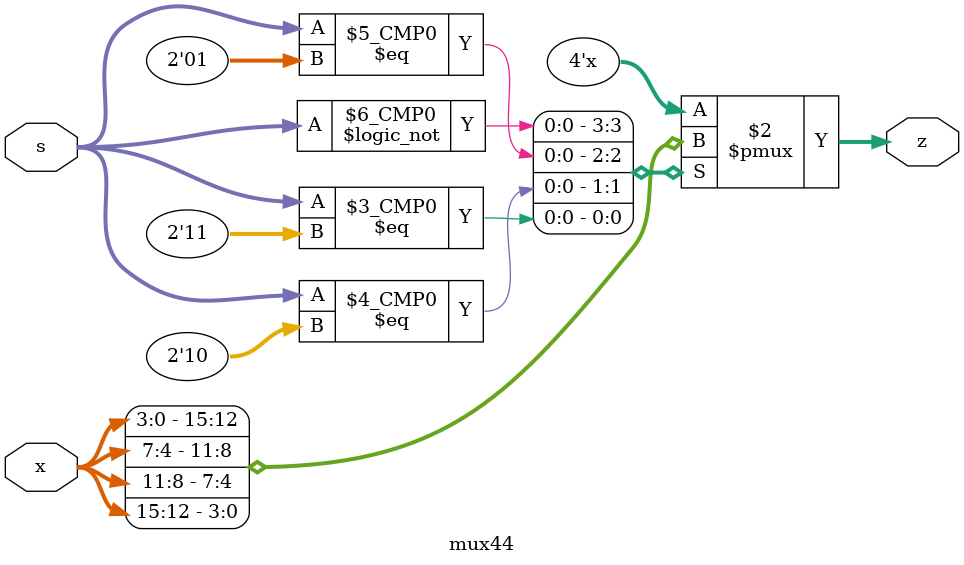
<source format=v>
`timescale 1ns / 1ps


module mux44 (
					//input wire [15:0] x ,
					input wire [15:0] x ,
					input wire [1:0] s ,
					output reg [3:0] z
				 );

	always @(*)
		case(s)
			0: z = x[3:0];
			1: z = x[7:4];
			2: z = x[11:8];
			3: z = x[15:12];
			default: z = x[3:0];
		endcase

endmodule

</source>
